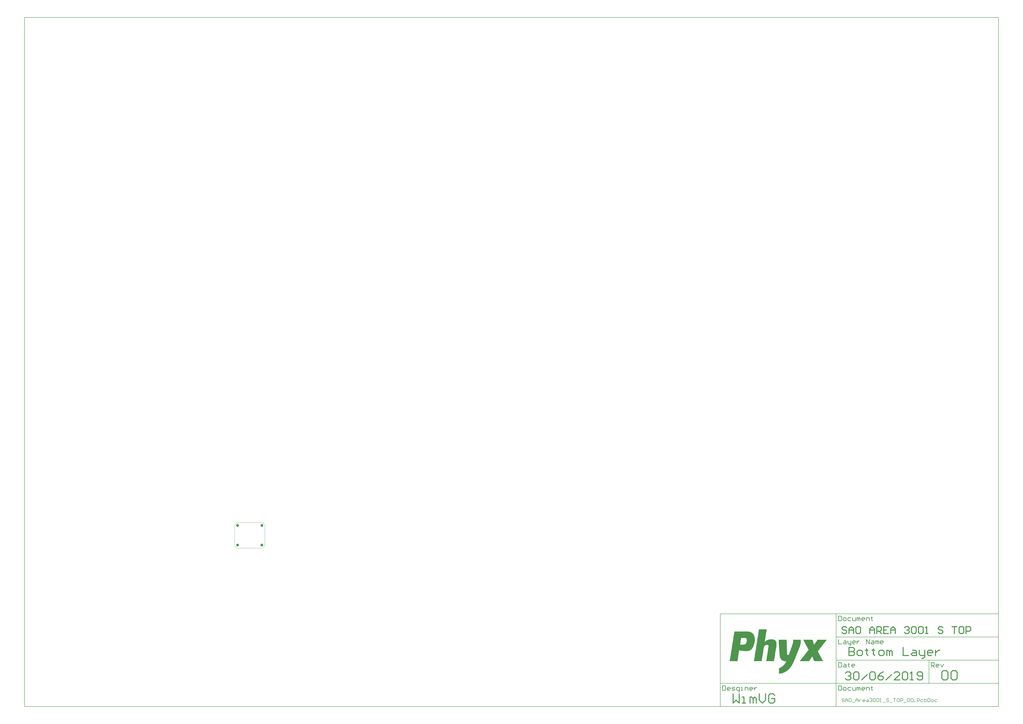
<source format=gbl>
G04*
G04 #@! TF.GenerationSoftware,Altium Limited,Altium Designer,18.1.11 (251)*
G04*
G04 Layer_Physical_Order=2*
G04 Layer_Color=3381759*
%FSLAX25Y25*%
%MOIN*%
G70*
G01*
G75*
%ADD10C,0.01575*%
%ADD11C,0.00394*%
%ADD12C,0.00787*%
%ADD13C,0.00984*%
%ADD15C,0.04724*%
G36*
X872201Y-141778D02*
X873919D01*
Y-142065D01*
X874778D01*
Y-142351D01*
X875637D01*
Y-142637D01*
X876496D01*
Y-142924D01*
X877069D01*
Y-143210D01*
X877355D01*
Y-143496D01*
X877928D01*
Y-143783D01*
X878214D01*
Y-144069D01*
X878786D01*
Y-144355D01*
X879073D01*
Y-144641D01*
X879359D01*
Y-144928D01*
X879646D01*
Y-145214D01*
X879932D01*
Y-145501D01*
X880218D01*
Y-145787D01*
X880504D01*
Y-146073D01*
Y-146359D01*
X880791D01*
Y-146646D01*
X881077D01*
Y-146932D01*
Y-147218D01*
X881363D01*
Y-147505D01*
X881650D01*
Y-147791D01*
Y-148077D01*
X881936D01*
Y-148364D01*
Y-148650D01*
Y-148936D01*
X882222D01*
Y-149223D01*
Y-149509D01*
Y-149795D01*
X882509D01*
Y-150082D01*
Y-150368D01*
Y-150654D01*
Y-150940D01*
X882795D01*
Y-151227D01*
Y-151513D01*
Y-151799D01*
Y-152086D01*
Y-152372D01*
X883081D01*
Y-152658D01*
Y-152945D01*
Y-153231D01*
Y-153517D01*
Y-153804D01*
Y-154090D01*
Y-154376D01*
Y-154663D01*
Y-154949D01*
Y-155235D01*
Y-155521D01*
Y-155808D01*
Y-156094D01*
Y-156380D01*
Y-156667D01*
Y-156953D01*
Y-157239D01*
Y-157526D01*
Y-157812D01*
Y-158098D01*
X882795D01*
Y-158385D01*
Y-158671D01*
Y-158957D01*
Y-159244D01*
Y-159530D01*
Y-159816D01*
Y-160102D01*
X882509D01*
Y-160389D01*
Y-160675D01*
Y-160961D01*
Y-161248D01*
Y-161534D01*
X882222D01*
Y-161820D01*
Y-162107D01*
Y-162393D01*
Y-162679D01*
Y-162966D01*
X881936D01*
Y-163252D01*
Y-163538D01*
Y-163824D01*
X881650D01*
Y-164111D01*
Y-164397D01*
Y-164683D01*
Y-164970D01*
X881363D01*
Y-165256D01*
Y-165542D01*
Y-165829D01*
X881077D01*
Y-166115D01*
Y-166401D01*
X880791D01*
Y-166688D01*
Y-166974D01*
Y-167260D01*
X880504D01*
Y-167547D01*
Y-167833D01*
X880218D01*
Y-168119D01*
Y-168405D01*
X879932D01*
Y-168692D01*
Y-168978D01*
X879646D01*
Y-169264D01*
X879359D01*
Y-169551D01*
Y-169837D01*
X879073D01*
Y-170123D01*
X878786D01*
Y-170410D01*
X878500D01*
Y-170696D01*
Y-170982D01*
X878214D01*
Y-171269D01*
X877928D01*
Y-171555D01*
X877641D01*
Y-171841D01*
X877355D01*
Y-172127D01*
X877069D01*
Y-172414D01*
X876496D01*
Y-172700D01*
X876210D01*
Y-172986D01*
X875637D01*
Y-173273D01*
X875351D01*
Y-173559D01*
X874778D01*
Y-173845D01*
X873919D01*
Y-174132D01*
X873060D01*
Y-174418D01*
X872201D01*
Y-174704D01*
X870483D01*
Y-174991D01*
X865330D01*
Y-174704D01*
X862753D01*
Y-174418D01*
X860749D01*
Y-174132D01*
X859317D01*
Y-173845D01*
X857886D01*
Y-173559D01*
X856454D01*
Y-173845D01*
Y-174132D01*
Y-174418D01*
Y-174704D01*
Y-174991D01*
Y-175277D01*
Y-175563D01*
X856168D01*
Y-175850D01*
Y-176136D01*
Y-176422D01*
Y-176709D01*
Y-176995D01*
Y-177281D01*
X855882D01*
Y-177568D01*
Y-177854D01*
Y-178140D01*
Y-178426D01*
Y-178713D01*
Y-178999D01*
X855595D01*
Y-179285D01*
Y-179572D01*
Y-179858D01*
Y-180144D01*
Y-180431D01*
Y-180717D01*
Y-181003D01*
X855309D01*
Y-181290D01*
Y-181576D01*
Y-181862D01*
Y-182149D01*
Y-182435D01*
Y-182721D01*
X855023D01*
Y-183007D01*
Y-183294D01*
Y-183580D01*
Y-183866D01*
Y-184153D01*
Y-184439D01*
X854736D01*
Y-184725D01*
Y-185012D01*
Y-185298D01*
Y-185584D01*
Y-185871D01*
Y-186157D01*
Y-186443D01*
X854450D01*
Y-186730D01*
Y-187016D01*
Y-187302D01*
Y-187588D01*
Y-187875D01*
Y-188161D01*
X854164D01*
Y-188447D01*
Y-188734D01*
Y-189020D01*
Y-189306D01*
Y-189593D01*
Y-189879D01*
X853877D01*
Y-190165D01*
Y-190452D01*
Y-190738D01*
Y-191024D01*
Y-191311D01*
Y-191597D01*
Y-191883D01*
X840421D01*
Y-191597D01*
X840707D01*
Y-191311D01*
Y-191024D01*
Y-190738D01*
Y-190452D01*
Y-190165D01*
X840993D01*
Y-189879D01*
Y-189593D01*
Y-189306D01*
Y-189020D01*
Y-188734D01*
Y-188447D01*
Y-188161D01*
X841280D01*
Y-187875D01*
Y-187588D01*
Y-187302D01*
Y-187016D01*
Y-186730D01*
Y-186443D01*
X841566D01*
Y-186157D01*
Y-185871D01*
Y-185584D01*
Y-185298D01*
Y-185012D01*
Y-184725D01*
X841852D01*
Y-184439D01*
Y-184153D01*
Y-183866D01*
Y-183580D01*
Y-183294D01*
Y-183007D01*
Y-182721D01*
X842138D01*
Y-182435D01*
Y-182149D01*
Y-181862D01*
Y-181576D01*
Y-181290D01*
Y-181003D01*
X842425D01*
Y-180717D01*
Y-180431D01*
Y-180144D01*
Y-179858D01*
Y-179572D01*
Y-179285D01*
X842711D01*
Y-178999D01*
Y-178713D01*
Y-178426D01*
Y-178140D01*
Y-177854D01*
Y-177568D01*
X842997D01*
Y-177281D01*
Y-176995D01*
Y-176709D01*
Y-176422D01*
Y-176136D01*
Y-175850D01*
Y-175563D01*
X843284D01*
Y-175277D01*
Y-174991D01*
Y-174704D01*
Y-174418D01*
Y-174132D01*
Y-173845D01*
X843570D01*
Y-173559D01*
Y-173273D01*
Y-172986D01*
Y-172700D01*
Y-172414D01*
Y-172127D01*
X843856D01*
Y-171841D01*
Y-171555D01*
Y-171269D01*
Y-170982D01*
Y-170696D01*
Y-170410D01*
X844143D01*
Y-170123D01*
Y-169837D01*
Y-169551D01*
Y-169264D01*
Y-168978D01*
Y-168692D01*
Y-168405D01*
X844429D01*
Y-168119D01*
Y-167833D01*
Y-167547D01*
Y-167260D01*
Y-166974D01*
Y-166688D01*
X844715D01*
Y-166401D01*
Y-166115D01*
Y-165829D01*
Y-165542D01*
Y-165256D01*
Y-164970D01*
X845002D01*
Y-164683D01*
Y-164397D01*
Y-164111D01*
Y-163824D01*
Y-163538D01*
Y-163252D01*
Y-162966D01*
X845288D01*
Y-162679D01*
Y-162393D01*
Y-162107D01*
Y-161820D01*
Y-161534D01*
Y-161248D01*
X845574D01*
Y-160961D01*
Y-160675D01*
Y-160389D01*
Y-160102D01*
Y-159816D01*
Y-159530D01*
X845861D01*
Y-159244D01*
Y-158957D01*
Y-158671D01*
Y-158385D01*
Y-158098D01*
Y-157812D01*
X846147D01*
Y-157526D01*
Y-157239D01*
Y-156953D01*
Y-156667D01*
Y-156380D01*
Y-156094D01*
Y-155808D01*
X846433D01*
Y-155521D01*
Y-155235D01*
Y-154949D01*
Y-154663D01*
Y-154376D01*
Y-154090D01*
X846719D01*
Y-153804D01*
Y-153517D01*
Y-153231D01*
Y-152945D01*
Y-152658D01*
Y-152372D01*
X847006D01*
Y-152086D01*
Y-151799D01*
Y-151513D01*
Y-151227D01*
Y-150940D01*
Y-150654D01*
Y-150368D01*
X847292D01*
Y-150082D01*
Y-149795D01*
Y-149509D01*
Y-149223D01*
Y-148936D01*
Y-148650D01*
X847578D01*
Y-148364D01*
Y-148077D01*
Y-147791D01*
Y-147505D01*
Y-147218D01*
Y-146932D01*
X847865D01*
Y-146646D01*
Y-146359D01*
Y-146073D01*
Y-145787D01*
Y-145501D01*
Y-145214D01*
Y-144928D01*
X848151D01*
Y-144641D01*
Y-144355D01*
Y-144069D01*
Y-143783D01*
Y-143496D01*
Y-143210D01*
X848437D01*
Y-142924D01*
Y-142637D01*
Y-142351D01*
Y-142065D01*
Y-141778D01*
Y-141492D01*
X872201D01*
Y-141778D01*
D02*
G37*
G36*
X903409Y-138343D02*
Y-138629D01*
X903123D01*
Y-138915D01*
Y-139202D01*
Y-139488D01*
Y-139774D01*
Y-140060D01*
Y-140347D01*
X902837D01*
Y-140633D01*
Y-140919D01*
Y-141206D01*
Y-141492D01*
Y-141778D01*
Y-142065D01*
X902551D01*
Y-142351D01*
Y-142637D01*
Y-142924D01*
Y-143210D01*
Y-143496D01*
Y-143783D01*
Y-144069D01*
X902264D01*
Y-144355D01*
Y-144641D01*
Y-144928D01*
Y-145214D01*
Y-145501D01*
Y-145787D01*
X901978D01*
Y-146073D01*
Y-146359D01*
Y-146646D01*
Y-146932D01*
Y-147218D01*
Y-147505D01*
X901692D01*
Y-147791D01*
Y-148077D01*
Y-148364D01*
Y-148650D01*
Y-148936D01*
Y-149223D01*
Y-149509D01*
X901405D01*
Y-149795D01*
Y-150082D01*
Y-150368D01*
Y-150654D01*
Y-150940D01*
Y-151227D01*
X901119D01*
Y-151513D01*
Y-151799D01*
Y-152086D01*
Y-152372D01*
Y-152658D01*
Y-152945D01*
X900833D01*
Y-153231D01*
Y-153517D01*
Y-153804D01*
Y-154090D01*
Y-154376D01*
Y-154663D01*
X900546D01*
Y-154949D01*
Y-155235D01*
Y-155521D01*
Y-155808D01*
Y-156094D01*
Y-156380D01*
Y-156667D01*
X900260D01*
Y-156953D01*
Y-157239D01*
Y-157526D01*
Y-157812D01*
Y-158098D01*
Y-158385D01*
X899974D01*
Y-158671D01*
Y-158957D01*
X900546D01*
Y-158671D01*
X900833D01*
Y-158385D01*
X901119D01*
Y-158098D01*
X901692D01*
Y-157812D01*
X901978D01*
Y-157526D01*
X902264D01*
Y-157239D01*
X902837D01*
Y-156953D01*
X903409D01*
Y-156667D01*
X903696D01*
Y-156380D01*
X904268D01*
Y-156094D01*
X905127D01*
Y-155808D01*
X905700D01*
Y-155521D01*
X906559D01*
Y-155235D01*
X907990D01*
Y-154949D01*
X914289D01*
Y-155235D01*
X915435D01*
Y-155521D01*
X916294D01*
Y-155808D01*
X916866D01*
Y-156094D01*
X917153D01*
Y-156380D01*
X917725D01*
Y-156667D01*
X918011D01*
Y-156953D01*
X918298D01*
Y-157239D01*
X918584D01*
Y-157526D01*
X918870D01*
Y-157812D01*
Y-158098D01*
X919157D01*
Y-158385D01*
Y-158671D01*
X919443D01*
Y-158957D01*
Y-159244D01*
Y-159530D01*
X919729D01*
Y-159816D01*
Y-160102D01*
Y-160389D01*
Y-160675D01*
X920016D01*
Y-160961D01*
Y-161248D01*
Y-161534D01*
Y-161820D01*
Y-162107D01*
Y-162393D01*
Y-162679D01*
Y-162966D01*
Y-163252D01*
Y-163538D01*
Y-163824D01*
Y-164111D01*
Y-164397D01*
Y-164683D01*
Y-164970D01*
Y-165256D01*
Y-165542D01*
Y-165829D01*
X919729D01*
Y-166115D01*
Y-166401D01*
Y-166688D01*
Y-166974D01*
Y-167260D01*
Y-167547D01*
Y-167833D01*
X919443D01*
Y-168119D01*
Y-168405D01*
Y-168692D01*
Y-168978D01*
Y-169264D01*
Y-169551D01*
Y-169837D01*
X919157D01*
Y-170123D01*
Y-170410D01*
Y-170696D01*
Y-170982D01*
Y-171269D01*
Y-171555D01*
X918870D01*
Y-171841D01*
Y-172127D01*
Y-172414D01*
Y-172700D01*
Y-172986D01*
Y-173273D01*
X918584D01*
Y-173559D01*
Y-173845D01*
Y-174132D01*
Y-174418D01*
Y-174704D01*
Y-174991D01*
X918298D01*
Y-175277D01*
Y-175563D01*
Y-175850D01*
Y-176136D01*
Y-176422D01*
Y-176709D01*
Y-176995D01*
X918011D01*
Y-177281D01*
Y-177568D01*
Y-177854D01*
Y-178140D01*
Y-178426D01*
Y-178713D01*
X917725D01*
Y-178999D01*
Y-179285D01*
Y-179572D01*
Y-179858D01*
Y-180144D01*
Y-180431D01*
X917439D01*
Y-180717D01*
Y-181003D01*
Y-181290D01*
Y-181576D01*
Y-181862D01*
Y-182149D01*
Y-182435D01*
X917153D01*
Y-182721D01*
Y-183007D01*
Y-183294D01*
Y-183580D01*
Y-183866D01*
Y-184153D01*
X916866D01*
Y-184439D01*
Y-184725D01*
Y-185012D01*
Y-185298D01*
Y-185584D01*
Y-185871D01*
X916580D01*
Y-186157D01*
Y-186443D01*
Y-186730D01*
Y-187016D01*
Y-187302D01*
Y-187588D01*
X916294D01*
Y-187875D01*
Y-188161D01*
Y-188447D01*
Y-188734D01*
Y-189020D01*
Y-189306D01*
Y-189593D01*
X916007D01*
Y-189879D01*
Y-190165D01*
Y-190452D01*
Y-190738D01*
Y-191024D01*
Y-191311D01*
X915721D01*
Y-191597D01*
Y-191883D01*
X902551D01*
Y-191597D01*
Y-191311D01*
X902837D01*
Y-191024D01*
Y-190738D01*
Y-190452D01*
Y-190165D01*
Y-189879D01*
Y-189593D01*
X903123D01*
Y-189306D01*
Y-189020D01*
Y-188734D01*
Y-188447D01*
Y-188161D01*
Y-187875D01*
Y-187588D01*
X903409D01*
Y-187302D01*
Y-187016D01*
Y-186730D01*
Y-186443D01*
Y-186157D01*
Y-185871D01*
X903696D01*
Y-185584D01*
Y-185298D01*
Y-185012D01*
Y-184725D01*
Y-184439D01*
Y-184153D01*
X903982D01*
Y-183866D01*
Y-183580D01*
Y-183294D01*
Y-183007D01*
Y-182721D01*
Y-182435D01*
Y-182149D01*
X904268D01*
Y-181862D01*
Y-181576D01*
Y-181290D01*
Y-181003D01*
Y-180717D01*
Y-180431D01*
X904555D01*
Y-180144D01*
Y-179858D01*
Y-179572D01*
Y-179285D01*
Y-178999D01*
Y-178713D01*
Y-178426D01*
X904841D01*
Y-178140D01*
Y-177854D01*
Y-177568D01*
Y-177281D01*
Y-176995D01*
Y-176709D01*
X905127D01*
Y-176422D01*
Y-176136D01*
Y-175850D01*
Y-175563D01*
Y-175277D01*
Y-174991D01*
X905414D01*
Y-174704D01*
Y-174418D01*
Y-174132D01*
Y-173845D01*
Y-173559D01*
Y-173273D01*
X905700D01*
Y-172986D01*
Y-172700D01*
Y-172414D01*
Y-172127D01*
Y-171841D01*
Y-171555D01*
Y-171269D01*
X905986D01*
Y-170982D01*
Y-170696D01*
Y-170410D01*
Y-170123D01*
Y-169837D01*
Y-169551D01*
X906273D01*
Y-169264D01*
Y-168978D01*
Y-168692D01*
Y-168405D01*
Y-168119D01*
Y-167833D01*
Y-167547D01*
X906559D01*
Y-167260D01*
Y-166974D01*
Y-166688D01*
Y-166401D01*
Y-166115D01*
Y-165829D01*
X906273D01*
Y-165542D01*
Y-165256D01*
X905986D01*
Y-164970D01*
X905700D01*
Y-164683D01*
X905127D01*
Y-164397D01*
X903409D01*
Y-164683D01*
X901978D01*
Y-164970D01*
X901119D01*
Y-165256D01*
X900546D01*
Y-165542D01*
X900260D01*
Y-165829D01*
X899687D01*
Y-166115D01*
X899401D01*
Y-166401D01*
X899115D01*
Y-166688D01*
Y-166974D01*
X898828D01*
Y-167260D01*
Y-167547D01*
Y-167833D01*
X898542D01*
Y-168119D01*
Y-168405D01*
Y-168692D01*
Y-168978D01*
Y-169264D01*
Y-169551D01*
X898256D01*
Y-169837D01*
Y-170123D01*
Y-170410D01*
Y-170696D01*
Y-170982D01*
Y-171269D01*
Y-171555D01*
X897970D01*
Y-171841D01*
Y-172127D01*
Y-172414D01*
Y-172700D01*
Y-172986D01*
Y-173273D01*
X897683D01*
Y-173559D01*
Y-173845D01*
Y-174132D01*
Y-174418D01*
Y-174704D01*
Y-174991D01*
X897397D01*
Y-175277D01*
Y-175563D01*
Y-175850D01*
Y-176136D01*
Y-176422D01*
Y-176709D01*
X897111D01*
Y-176995D01*
Y-177281D01*
Y-177568D01*
Y-177854D01*
Y-178140D01*
Y-178426D01*
Y-178713D01*
X896824D01*
Y-178999D01*
Y-179285D01*
Y-179572D01*
Y-179858D01*
Y-180144D01*
Y-180431D01*
X896538D01*
Y-180717D01*
Y-181003D01*
Y-181290D01*
Y-181576D01*
Y-181862D01*
Y-182149D01*
X896252D01*
Y-182435D01*
Y-182721D01*
Y-183007D01*
Y-183294D01*
Y-183580D01*
Y-183866D01*
Y-184153D01*
X895965D01*
Y-184439D01*
Y-184725D01*
Y-185012D01*
Y-185298D01*
Y-185584D01*
Y-185871D01*
X895679D01*
Y-186157D01*
Y-186443D01*
Y-186730D01*
Y-187016D01*
Y-187302D01*
Y-187588D01*
X895393D01*
Y-187875D01*
Y-188161D01*
Y-188447D01*
Y-188734D01*
Y-189020D01*
Y-189306D01*
X895106D01*
Y-189593D01*
Y-189879D01*
Y-190165D01*
Y-190452D01*
Y-190738D01*
Y-191024D01*
Y-191311D01*
X894820D01*
Y-191597D01*
Y-191883D01*
X881650D01*
Y-191597D01*
Y-191311D01*
X881936D01*
Y-191024D01*
Y-190738D01*
Y-190452D01*
Y-190165D01*
Y-189879D01*
Y-189593D01*
Y-189306D01*
X882222D01*
Y-189020D01*
Y-188734D01*
Y-188447D01*
Y-188161D01*
Y-187875D01*
Y-187588D01*
X882509D01*
Y-187302D01*
Y-187016D01*
Y-186730D01*
Y-186443D01*
Y-186157D01*
Y-185871D01*
X882795D01*
Y-185584D01*
Y-185298D01*
Y-185012D01*
Y-184725D01*
Y-184439D01*
Y-184153D01*
Y-183866D01*
X883081D01*
Y-183580D01*
Y-183294D01*
Y-183007D01*
Y-182721D01*
Y-182435D01*
Y-182149D01*
X883368D01*
Y-181862D01*
Y-181576D01*
Y-181290D01*
Y-181003D01*
Y-180717D01*
Y-180431D01*
X883654D01*
Y-180144D01*
Y-179858D01*
Y-179572D01*
Y-179285D01*
Y-178999D01*
Y-178713D01*
X883940D01*
Y-178426D01*
Y-178140D01*
Y-177854D01*
Y-177568D01*
Y-177281D01*
Y-176995D01*
Y-176709D01*
X884227D01*
Y-176422D01*
Y-176136D01*
Y-175850D01*
Y-175563D01*
Y-175277D01*
Y-174991D01*
X884513D01*
Y-174704D01*
Y-174418D01*
Y-174132D01*
Y-173845D01*
Y-173559D01*
Y-173273D01*
X884799D01*
Y-172986D01*
Y-172700D01*
Y-172414D01*
Y-172127D01*
Y-171841D01*
Y-171555D01*
Y-171269D01*
X885085D01*
Y-170982D01*
Y-170696D01*
Y-170410D01*
Y-170123D01*
Y-169837D01*
Y-169551D01*
X885372D01*
Y-169264D01*
Y-168978D01*
Y-168692D01*
Y-168405D01*
Y-168119D01*
Y-167833D01*
X885658D01*
Y-167547D01*
Y-167260D01*
Y-166974D01*
Y-166688D01*
Y-166401D01*
Y-166115D01*
X885944D01*
Y-165829D01*
Y-165542D01*
Y-165256D01*
Y-164970D01*
Y-164683D01*
Y-164397D01*
Y-164111D01*
X886231D01*
Y-163824D01*
Y-163538D01*
Y-163252D01*
Y-162966D01*
Y-162679D01*
Y-162393D01*
X886517D01*
Y-162107D01*
Y-161820D01*
Y-161534D01*
Y-161248D01*
Y-160961D01*
Y-160675D01*
X886803D01*
Y-160389D01*
Y-160102D01*
Y-159816D01*
Y-159530D01*
Y-159244D01*
Y-158957D01*
X887090D01*
Y-158671D01*
Y-158385D01*
Y-158098D01*
Y-157812D01*
Y-157526D01*
Y-157239D01*
Y-156953D01*
X887376D01*
Y-156667D01*
Y-156380D01*
Y-156094D01*
Y-155808D01*
Y-155521D01*
Y-155235D01*
X887662D01*
Y-154949D01*
Y-154663D01*
Y-154376D01*
Y-154090D01*
Y-153804D01*
Y-153517D01*
X887949D01*
Y-153231D01*
Y-152945D01*
Y-152658D01*
Y-152372D01*
Y-152086D01*
Y-151799D01*
Y-151513D01*
X888235D01*
Y-151227D01*
Y-150940D01*
Y-150654D01*
Y-150368D01*
Y-150082D01*
Y-149795D01*
X888521D01*
Y-149509D01*
Y-149223D01*
Y-148936D01*
Y-148650D01*
Y-148364D01*
Y-148077D01*
X888807D01*
Y-147791D01*
Y-147505D01*
Y-147218D01*
Y-146932D01*
Y-146646D01*
Y-146359D01*
X889094D01*
Y-146073D01*
Y-145787D01*
Y-145501D01*
Y-145214D01*
Y-144928D01*
Y-144641D01*
Y-144355D01*
X889380D01*
Y-144069D01*
Y-143783D01*
Y-143496D01*
Y-143210D01*
Y-142924D01*
Y-142637D01*
X889666D01*
Y-142351D01*
Y-142065D01*
Y-141778D01*
Y-141492D01*
Y-141206D01*
Y-140919D01*
X889953D01*
Y-140633D01*
Y-140347D01*
Y-140060D01*
Y-139774D01*
Y-139488D01*
Y-139202D01*
Y-138915D01*
X890239D01*
Y-138629D01*
Y-138343D01*
Y-138056D01*
X903409D01*
Y-138343D01*
D02*
G37*
G36*
X1005337Y-155808D02*
X1005050D01*
Y-156094D01*
X1004764D01*
Y-156380D01*
Y-156667D01*
X1004478D01*
Y-156953D01*
X1004192D01*
Y-157239D01*
X1003905D01*
Y-157526D01*
Y-157812D01*
X1003619D01*
Y-158098D01*
X1003333D01*
Y-158385D01*
X1003046D01*
Y-158671D01*
X1002760D01*
Y-158957D01*
Y-159244D01*
X1002474D01*
Y-159530D01*
X1002187D01*
Y-159816D01*
X1001901D01*
Y-160102D01*
Y-160389D01*
X1001615D01*
Y-160675D01*
X1001328D01*
Y-160961D01*
X1001042D01*
Y-161248D01*
X1000756D01*
Y-161534D01*
Y-161820D01*
X1000469D01*
Y-162107D01*
X1000183D01*
Y-162393D01*
X999897D01*
Y-162679D01*
Y-162966D01*
X999611D01*
Y-163252D01*
X999324D01*
Y-163538D01*
X999038D01*
Y-163824D01*
Y-164111D01*
X998752D01*
Y-164397D01*
X998465D01*
Y-164683D01*
X998179D01*
Y-164970D01*
X997893D01*
Y-165256D01*
Y-165542D01*
X997606D01*
Y-165829D01*
X997320D01*
Y-166115D01*
X997034D01*
Y-166401D01*
Y-166688D01*
X996747D01*
Y-166974D01*
X996461D01*
Y-167260D01*
X996175D01*
Y-167547D01*
Y-167833D01*
X995889D01*
Y-168119D01*
X995602D01*
Y-168405D01*
X995316D01*
Y-168692D01*
X995030D01*
Y-168978D01*
Y-169264D01*
X994743D01*
Y-169551D01*
X994457D01*
Y-169837D01*
X994171D01*
Y-170123D01*
Y-170410D01*
X993884D01*
Y-170696D01*
X993598D01*
Y-170982D01*
X993312D01*
Y-171269D01*
Y-171555D01*
X993025D01*
Y-171841D01*
X992739D01*
Y-172127D01*
X992453D01*
Y-172414D01*
X992166D01*
Y-172700D01*
Y-172986D01*
X991880D01*
Y-173273D01*
X991594D01*
Y-173559D01*
X991308D01*
Y-173845D01*
Y-174132D01*
X991021D01*
Y-174418D01*
X990735D01*
Y-174704D01*
X990449D01*
Y-174991D01*
X990162D01*
Y-175277D01*
Y-175563D01*
X990449D01*
Y-175850D01*
Y-176136D01*
X990735D01*
Y-176422D01*
Y-176709D01*
X991021D01*
Y-176995D01*
X991308D01*
Y-177281D01*
Y-177568D01*
X991594D01*
Y-177854D01*
Y-178140D01*
X991880D01*
Y-178426D01*
Y-178713D01*
X992166D01*
Y-178999D01*
Y-179285D01*
X992453D01*
Y-179572D01*
Y-179858D01*
X992739D01*
Y-180144D01*
Y-180431D01*
X993025D01*
Y-180717D01*
Y-181003D01*
X993312D01*
Y-181290D01*
Y-181576D01*
X993598D01*
Y-181862D01*
X993884D01*
Y-182149D01*
Y-182435D01*
X994171D01*
Y-182721D01*
Y-183007D01*
X994457D01*
Y-183294D01*
Y-183580D01*
X994743D01*
Y-183866D01*
Y-184153D01*
X995030D01*
Y-184439D01*
Y-184725D01*
X995316D01*
Y-185012D01*
Y-185298D01*
X995602D01*
Y-185584D01*
Y-185871D01*
X995889D01*
Y-186157D01*
X996175D01*
Y-186443D01*
Y-186730D01*
X996461D01*
Y-187016D01*
Y-187302D01*
X996747D01*
Y-187588D01*
Y-187875D01*
X997034D01*
Y-188161D01*
Y-188447D01*
X997320D01*
Y-188734D01*
Y-189020D01*
X997606D01*
Y-189306D01*
Y-189593D01*
X997893D01*
Y-189879D01*
Y-190165D01*
X998179D01*
Y-190452D01*
X998465D01*
Y-190738D01*
Y-191024D01*
X998752D01*
Y-191311D01*
Y-191597D01*
X999038D01*
Y-191883D01*
X983863D01*
Y-191597D01*
X983577D01*
Y-191311D01*
Y-191024D01*
Y-190738D01*
X983291D01*
Y-190452D01*
Y-190165D01*
Y-189879D01*
X983004D01*
Y-189593D01*
Y-189306D01*
X982718D01*
Y-189020D01*
Y-188734D01*
Y-188447D01*
X982432D01*
Y-188161D01*
Y-187875D01*
Y-187588D01*
X982146D01*
Y-187302D01*
Y-187016D01*
X981859D01*
Y-186730D01*
Y-186443D01*
Y-186157D01*
X981573D01*
Y-185871D01*
Y-185584D01*
Y-185298D01*
X981287D01*
Y-185012D01*
Y-184725D01*
Y-184439D01*
X981000D01*
Y-184153D01*
X980428D01*
Y-184439D01*
Y-184725D01*
X980141D01*
Y-185012D01*
X979855D01*
Y-185298D01*
Y-185584D01*
X979569D01*
Y-185871D01*
X979282D01*
Y-186157D01*
Y-186443D01*
X978996D01*
Y-186730D01*
X978710D01*
Y-187016D01*
Y-187302D01*
X978423D01*
Y-187588D01*
X978137D01*
Y-187875D01*
X977851D01*
Y-188161D01*
Y-188447D01*
X977565D01*
Y-188734D01*
X977278D01*
Y-189020D01*
Y-189306D01*
X976992D01*
Y-189593D01*
X976705D01*
Y-189879D01*
Y-190165D01*
X976419D01*
Y-190452D01*
X976133D01*
Y-190738D01*
Y-191024D01*
X975847D01*
Y-191311D01*
X975560D01*
Y-191597D01*
Y-191883D01*
X959527D01*
Y-191597D01*
X959813D01*
Y-191311D01*
X960099D01*
Y-191024D01*
X960386D01*
Y-190738D01*
X960672D01*
Y-190452D01*
Y-190165D01*
X960958D01*
Y-189879D01*
X961245D01*
Y-189593D01*
X961531D01*
Y-189306D01*
X961817D01*
Y-189020D01*
Y-188734D01*
X962104D01*
Y-188447D01*
X962390D01*
Y-188161D01*
X962676D01*
Y-187875D01*
Y-187588D01*
X962963D01*
Y-187302D01*
X963249D01*
Y-187016D01*
X963535D01*
Y-186730D01*
X963822D01*
Y-186443D01*
Y-186157D01*
X964108D01*
Y-185871D01*
X964394D01*
Y-185584D01*
X964680D01*
Y-185298D01*
X964967D01*
Y-185012D01*
Y-184725D01*
X965253D01*
Y-184439D01*
X965539D01*
Y-184153D01*
X965826D01*
Y-183866D01*
Y-183580D01*
X966112D01*
Y-183294D01*
X966398D01*
Y-183007D01*
X966685D01*
Y-182721D01*
X966971D01*
Y-182435D01*
Y-182149D01*
X967257D01*
Y-181862D01*
X967544D01*
Y-181576D01*
X967830D01*
Y-181290D01*
Y-181003D01*
X968116D01*
Y-180717D01*
X968402D01*
Y-180431D01*
X968689D01*
Y-180144D01*
X968975D01*
Y-179858D01*
Y-179572D01*
X969261D01*
Y-179285D01*
X969548D01*
Y-178999D01*
X969834D01*
Y-178713D01*
Y-178426D01*
X970120D01*
Y-178140D01*
X970407D01*
Y-177854D01*
X970693D01*
Y-177568D01*
X970979D01*
Y-177281D01*
Y-176995D01*
X971266D01*
Y-176709D01*
X971552D01*
Y-176422D01*
X971838D01*
Y-176136D01*
X972124D01*
Y-175850D01*
Y-175563D01*
X972411D01*
Y-175277D01*
X972697D01*
Y-174991D01*
X972983D01*
Y-174704D01*
Y-174418D01*
X973270D01*
Y-174132D01*
X973556D01*
Y-173845D01*
X973842D01*
Y-173559D01*
X974129D01*
Y-173273D01*
Y-172986D01*
X974415D01*
Y-172700D01*
Y-172414D01*
Y-172127D01*
X974129D01*
Y-171841D01*
X973842D01*
Y-171555D01*
Y-171269D01*
X973556D01*
Y-170982D01*
Y-170696D01*
X973270D01*
Y-170410D01*
Y-170123D01*
X972983D01*
Y-169837D01*
Y-169551D01*
X972697D01*
Y-169264D01*
Y-168978D01*
X972411D01*
Y-168692D01*
Y-168405D01*
X972124D01*
Y-168119D01*
X971838D01*
Y-167833D01*
Y-167547D01*
X971552D01*
Y-167260D01*
Y-166974D01*
X971266D01*
Y-166688D01*
Y-166401D01*
X970979D01*
Y-166115D01*
Y-165829D01*
X970693D01*
Y-165542D01*
Y-165256D01*
X970407D01*
Y-164970D01*
Y-164683D01*
X970120D01*
Y-164397D01*
X969834D01*
Y-164111D01*
Y-163824D01*
X969548D01*
Y-163538D01*
Y-163252D01*
X969261D01*
Y-162966D01*
Y-162679D01*
X968975D01*
Y-162393D01*
Y-162107D01*
X968689D01*
Y-161820D01*
Y-161534D01*
X968402D01*
Y-161248D01*
Y-160961D01*
X968116D01*
Y-160675D01*
Y-160389D01*
X967830D01*
Y-160102D01*
X967544D01*
Y-159816D01*
Y-159530D01*
X967257D01*
Y-159244D01*
Y-158957D01*
X966971D01*
Y-158671D01*
Y-158385D01*
X966685D01*
Y-158098D01*
Y-157812D01*
X966398D01*
Y-157526D01*
Y-157239D01*
X966112D01*
Y-156953D01*
Y-156667D01*
X965826D01*
Y-156380D01*
X965539D01*
Y-156094D01*
Y-155808D01*
X965253D01*
Y-155521D01*
X981000D01*
Y-155808D01*
X981287D01*
Y-156094D01*
Y-156380D01*
Y-156667D01*
X981573D01*
Y-156953D01*
Y-157239D01*
Y-157526D01*
X981859D01*
Y-157812D01*
Y-158098D01*
Y-158385D01*
X982146D01*
Y-158671D01*
Y-158957D01*
Y-159244D01*
X982432D01*
Y-159530D01*
Y-159816D01*
Y-160102D01*
X982718D01*
Y-160389D01*
Y-160675D01*
Y-160961D01*
X983004D01*
Y-161248D01*
Y-161534D01*
Y-161820D01*
X983291D01*
Y-162107D01*
Y-162393D01*
Y-162679D01*
X983577D01*
Y-162966D01*
Y-163252D01*
Y-163538D01*
Y-163824D01*
X984150D01*
Y-163538D01*
X984436D01*
Y-163252D01*
X984722D01*
Y-162966D01*
Y-162679D01*
X985009D01*
Y-162393D01*
X985295D01*
Y-162107D01*
Y-161820D01*
X985581D01*
Y-161534D01*
X985868D01*
Y-161248D01*
Y-160961D01*
X986154D01*
Y-160675D01*
X986440D01*
Y-160389D01*
Y-160102D01*
X986726D01*
Y-159816D01*
X987013D01*
Y-159530D01*
Y-159244D01*
X987299D01*
Y-158957D01*
X987585D01*
Y-158671D01*
Y-158385D01*
X987872D01*
Y-158098D01*
X988158D01*
Y-157812D01*
Y-157526D01*
X988444D01*
Y-157239D01*
X988731D01*
Y-156953D01*
Y-156667D01*
X989017D01*
Y-156380D01*
X989303D01*
Y-156094D01*
Y-155808D01*
X989590D01*
Y-155521D01*
X1005337D01*
Y-155808D01*
D02*
G37*
G36*
X961245D02*
Y-156094D01*
Y-156380D01*
Y-156667D01*
Y-156953D01*
Y-157239D01*
Y-157526D01*
Y-157812D01*
Y-158098D01*
Y-158385D01*
Y-158671D01*
Y-158957D01*
Y-159244D01*
Y-159530D01*
Y-159816D01*
Y-160102D01*
Y-160389D01*
Y-160675D01*
Y-160961D01*
Y-161248D01*
Y-161534D01*
X960958D01*
Y-161820D01*
Y-162107D01*
Y-162393D01*
Y-162679D01*
Y-162966D01*
X960672D01*
Y-163252D01*
Y-163538D01*
Y-163824D01*
Y-164111D01*
X960386D01*
Y-164397D01*
Y-164683D01*
Y-164970D01*
Y-165256D01*
X960099D01*
Y-165542D01*
Y-165829D01*
Y-166115D01*
X959813D01*
Y-166401D01*
Y-166688D01*
Y-166974D01*
X959527D01*
Y-167260D01*
Y-167547D01*
Y-167833D01*
X959241D01*
Y-168119D01*
Y-168405D01*
Y-168692D01*
X958954D01*
Y-168978D01*
Y-169264D01*
X958668D01*
Y-169551D01*
Y-169837D01*
X958381D01*
Y-170123D01*
Y-170410D01*
Y-170696D01*
X958095D01*
Y-170982D01*
Y-171269D01*
X957809D01*
Y-171555D01*
Y-171841D01*
Y-172127D01*
X957523D01*
Y-172414D01*
Y-172700D01*
X957236D01*
Y-172986D01*
Y-173273D01*
Y-173559D01*
X956950D01*
Y-173845D01*
Y-174132D01*
X956664D01*
Y-174418D01*
Y-174704D01*
Y-174991D01*
X956377D01*
Y-175277D01*
Y-175563D01*
X956091D01*
Y-175850D01*
Y-176136D01*
Y-176422D01*
X955805D01*
Y-176709D01*
Y-176995D01*
X955518D01*
Y-177281D01*
Y-177568D01*
Y-177854D01*
X955232D01*
Y-178140D01*
Y-178426D01*
X954946D01*
Y-178713D01*
Y-178999D01*
Y-179285D01*
X954659D01*
Y-179572D01*
Y-179858D01*
X954373D01*
Y-180144D01*
Y-180431D01*
Y-180717D01*
X954087D01*
Y-181003D01*
Y-181290D01*
X953800D01*
Y-181576D01*
Y-181862D01*
Y-182149D01*
X953514D01*
Y-182435D01*
Y-182721D01*
X953228D01*
Y-183007D01*
Y-183294D01*
Y-183580D01*
X952942D01*
Y-183866D01*
Y-184153D01*
X952655D01*
Y-184439D01*
Y-184725D01*
Y-185012D01*
X952369D01*
Y-185298D01*
Y-185584D01*
X952083D01*
Y-185871D01*
Y-186157D01*
Y-186443D01*
X951796D01*
Y-186730D01*
Y-187016D01*
X951510D01*
Y-187302D01*
Y-187588D01*
Y-187875D01*
X951224D01*
Y-188161D01*
Y-188447D01*
X950937D01*
Y-188734D01*
Y-189020D01*
Y-189306D01*
X950651D01*
Y-189593D01*
Y-189879D01*
X950365D01*
Y-190165D01*
Y-190452D01*
Y-190738D01*
X950078D01*
Y-191024D01*
Y-191311D01*
X949792D01*
Y-191597D01*
Y-191883D01*
Y-192169D01*
X949506D01*
Y-192456D01*
Y-192742D01*
X949220D01*
Y-193028D01*
Y-193315D01*
X948933D01*
Y-193601D01*
Y-193887D01*
X948647D01*
Y-194174D01*
Y-194460D01*
Y-194746D01*
X948361D01*
Y-195033D01*
X948074D01*
Y-195319D01*
Y-195605D01*
Y-195891D01*
X947788D01*
Y-196178D01*
X947502D01*
Y-196464D01*
Y-196750D01*
X947215D01*
Y-197037D01*
Y-197323D01*
X946929D01*
Y-197609D01*
Y-197896D01*
X946643D01*
Y-198182D01*
Y-198468D01*
X946356D01*
Y-198755D01*
X946070D01*
Y-199041D01*
Y-199327D01*
X945784D01*
Y-199614D01*
Y-199900D01*
X945497D01*
Y-200186D01*
X945211D01*
Y-200472D01*
X944925D01*
Y-200759D01*
Y-201045D01*
X944639D01*
Y-201331D01*
X944352D01*
Y-201618D01*
Y-201904D01*
X944066D01*
Y-202190D01*
X943780D01*
Y-202477D01*
X943493D01*
Y-202763D01*
Y-203049D01*
X943207D01*
Y-203336D01*
X942921D01*
Y-203622D01*
X942634D01*
Y-203908D01*
X942348D01*
Y-204195D01*
X942062D01*
Y-204481D01*
Y-204767D01*
X941775D01*
Y-205053D01*
X941489D01*
Y-205340D01*
X941203D01*
Y-205626D01*
X940916D01*
Y-205912D01*
X940630D01*
Y-206199D01*
X940344D01*
Y-206485D01*
X940057D01*
Y-206771D01*
X939485D01*
Y-207058D01*
X939199D01*
Y-207344D01*
X938912D01*
Y-207630D01*
X938626D01*
Y-207917D01*
X938340D01*
Y-208203D01*
X937767D01*
Y-208489D01*
X937481D01*
Y-208776D01*
X936908D01*
Y-209062D01*
X936622D01*
Y-209348D01*
X936049D01*
Y-209634D01*
X935763D01*
Y-209921D01*
X935190D01*
Y-210207D01*
X934618D01*
Y-210493D01*
X934045D01*
Y-210780D01*
X933472D01*
Y-211066D01*
X932900D01*
Y-211352D01*
X932041D01*
Y-211639D01*
X931468D01*
Y-211925D01*
X930609D01*
Y-212211D01*
X929464D01*
Y-212498D01*
X928319D01*
Y-212784D01*
X926601D01*
Y-213070D01*
X924597D01*
Y-213357D01*
X924310D01*
Y-213070D01*
Y-212784D01*
Y-212498D01*
Y-212211D01*
Y-211925D01*
Y-211639D01*
Y-211352D01*
Y-211066D01*
Y-210780D01*
Y-210493D01*
Y-210207D01*
Y-209921D01*
Y-209634D01*
Y-209348D01*
Y-209062D01*
Y-208776D01*
Y-208489D01*
Y-208203D01*
Y-207917D01*
Y-207630D01*
Y-207344D01*
Y-207058D01*
Y-206771D01*
Y-206485D01*
Y-206199D01*
Y-205912D01*
Y-205626D01*
Y-205340D01*
Y-205053D01*
Y-204767D01*
Y-204481D01*
Y-204195D01*
Y-203908D01*
X924883D01*
Y-203622D01*
X925455D01*
Y-203336D01*
X926028D01*
Y-203049D01*
X926601D01*
Y-202763D01*
X927173D01*
Y-202477D01*
X927746D01*
Y-202190D01*
X928032D01*
Y-201904D01*
X928605D01*
Y-201618D01*
X928891D01*
Y-201331D01*
X929464D01*
Y-201045D01*
X929750D01*
Y-200759D01*
X930037D01*
Y-200472D01*
X930609D01*
Y-200186D01*
X930896D01*
Y-199900D01*
X931182D01*
Y-199614D01*
X931468D01*
Y-199327D01*
X931754D01*
Y-199041D01*
X932041D01*
Y-198755D01*
X932327D01*
Y-198468D01*
X932613D01*
Y-198182D01*
X932900D01*
Y-197896D01*
X933186D01*
Y-197609D01*
X933472D01*
Y-197323D01*
X933759D01*
Y-197037D01*
Y-196750D01*
X934045D01*
Y-196464D01*
X934331D01*
Y-196178D01*
X934618D01*
Y-195891D01*
Y-195605D01*
X934904D01*
Y-195319D01*
X935190D01*
Y-195033D01*
Y-194746D01*
X935476D01*
Y-194460D01*
Y-194174D01*
X935763D01*
Y-193887D01*
X936049D01*
Y-193601D01*
Y-193315D01*
X936335D01*
Y-193028D01*
Y-192742D01*
X936622D01*
Y-192456D01*
Y-192169D01*
X934904D01*
Y-191883D01*
X932900D01*
Y-191597D01*
X931754D01*
Y-191311D01*
X931182D01*
Y-191024D01*
X930323D01*
Y-190738D01*
X929750D01*
Y-190452D01*
X929464D01*
Y-190165D01*
X928891D01*
Y-189879D01*
X928605D01*
Y-189593D01*
X928319D01*
Y-189306D01*
X928032D01*
Y-189020D01*
X927746D01*
Y-188734D01*
X927460D01*
Y-188447D01*
Y-188161D01*
X927173D01*
Y-187875D01*
X926887D01*
Y-187588D01*
Y-187302D01*
X926601D01*
Y-187016D01*
Y-186730D01*
X926315D01*
Y-186443D01*
Y-186157D01*
X926028D01*
Y-185871D01*
Y-185584D01*
Y-185298D01*
X925742D01*
Y-185012D01*
Y-184725D01*
Y-184439D01*
Y-184153D01*
X925455D01*
Y-183866D01*
Y-183580D01*
Y-183294D01*
Y-183007D01*
Y-182721D01*
Y-182435D01*
Y-182149D01*
X925169D01*
Y-181862D01*
Y-181576D01*
Y-181290D01*
Y-181003D01*
Y-180717D01*
Y-180431D01*
Y-180144D01*
Y-179858D01*
Y-179572D01*
Y-179285D01*
Y-178999D01*
Y-178713D01*
Y-178426D01*
Y-178140D01*
Y-177854D01*
X924883D01*
Y-177568D01*
Y-177281D01*
Y-176995D01*
Y-176709D01*
Y-176422D01*
Y-176136D01*
Y-175850D01*
Y-175563D01*
Y-175277D01*
Y-174991D01*
Y-174704D01*
Y-174418D01*
Y-174132D01*
Y-173845D01*
Y-173559D01*
X924597D01*
Y-173273D01*
Y-172986D01*
Y-172700D01*
Y-172414D01*
Y-172127D01*
Y-171841D01*
Y-171555D01*
Y-171269D01*
Y-170982D01*
Y-170696D01*
Y-170410D01*
Y-170123D01*
Y-169837D01*
Y-169551D01*
Y-169264D01*
Y-168978D01*
X924310D01*
Y-168692D01*
Y-168405D01*
Y-168119D01*
Y-167833D01*
Y-167547D01*
Y-167260D01*
Y-166974D01*
Y-166688D01*
Y-166401D01*
Y-166115D01*
Y-165829D01*
Y-165542D01*
Y-165256D01*
Y-164970D01*
Y-164683D01*
Y-164397D01*
X924024D01*
Y-164111D01*
Y-163824D01*
Y-163538D01*
Y-163252D01*
Y-162966D01*
Y-162679D01*
Y-162393D01*
Y-162107D01*
Y-161820D01*
Y-161534D01*
Y-161248D01*
Y-160961D01*
Y-160675D01*
Y-160389D01*
X923738D01*
Y-160102D01*
Y-159816D01*
Y-159530D01*
Y-159244D01*
Y-158957D01*
Y-158671D01*
Y-158385D01*
Y-158098D01*
Y-157812D01*
Y-157526D01*
Y-157239D01*
Y-156953D01*
Y-156667D01*
Y-156380D01*
Y-156094D01*
Y-155808D01*
X923451D01*
Y-155521D01*
X937194D01*
Y-155808D01*
Y-156094D01*
Y-156380D01*
Y-156667D01*
Y-156953D01*
Y-157239D01*
Y-157526D01*
Y-157812D01*
Y-158098D01*
Y-158385D01*
Y-158671D01*
Y-158957D01*
Y-159244D01*
Y-159530D01*
X937481D01*
Y-159816D01*
Y-160102D01*
Y-160389D01*
Y-160675D01*
Y-160961D01*
Y-161248D01*
Y-161534D01*
Y-161820D01*
Y-162107D01*
Y-162393D01*
Y-162679D01*
Y-162966D01*
Y-163252D01*
Y-163538D01*
Y-163824D01*
Y-164111D01*
Y-164397D01*
Y-164683D01*
Y-164970D01*
Y-165256D01*
Y-165542D01*
Y-165829D01*
Y-166115D01*
Y-166401D01*
Y-166688D01*
Y-166974D01*
Y-167260D01*
Y-167547D01*
Y-167833D01*
Y-168119D01*
Y-168405D01*
Y-168692D01*
Y-168978D01*
Y-169264D01*
Y-169551D01*
Y-169837D01*
Y-170123D01*
Y-170410D01*
Y-170696D01*
Y-170982D01*
Y-171269D01*
X937767D01*
Y-171555D01*
X937481D01*
Y-171841D01*
Y-172127D01*
X937767D01*
Y-172414D01*
Y-172700D01*
Y-172986D01*
Y-173273D01*
Y-173559D01*
Y-173845D01*
Y-174132D01*
Y-174418D01*
Y-174704D01*
Y-174991D01*
Y-175277D01*
Y-175563D01*
Y-175850D01*
Y-176136D01*
Y-176422D01*
Y-176709D01*
Y-176995D01*
Y-177281D01*
Y-177568D01*
Y-177854D01*
Y-178140D01*
Y-178426D01*
Y-178713D01*
Y-178999D01*
Y-179285D01*
Y-179572D01*
X938053D01*
Y-179858D01*
Y-180144D01*
Y-180431D01*
X938340D01*
Y-180717D01*
X938626D01*
Y-181003D01*
X938912D01*
Y-181290D01*
X939771D01*
Y-181576D01*
X940630D01*
Y-181290D01*
X940916D01*
Y-181003D01*
Y-180717D01*
Y-180431D01*
X941203D01*
Y-180144D01*
Y-179858D01*
X941489D01*
Y-179572D01*
Y-179285D01*
Y-178999D01*
X941775D01*
Y-178713D01*
Y-178426D01*
Y-178140D01*
X942062D01*
Y-177854D01*
Y-177568D01*
Y-177281D01*
X942348D01*
Y-176995D01*
Y-176709D01*
Y-176422D01*
X942634D01*
Y-176136D01*
Y-175850D01*
X942921D01*
Y-175563D01*
Y-175277D01*
Y-174991D01*
X943207D01*
Y-174704D01*
Y-174418D01*
Y-174132D01*
X943493D01*
Y-173845D01*
Y-173559D01*
Y-173273D01*
X943780D01*
Y-172986D01*
Y-172700D01*
X944066D01*
Y-172414D01*
Y-172127D01*
Y-171841D01*
X944352D01*
Y-171555D01*
Y-171269D01*
Y-170982D01*
X944639D01*
Y-170696D01*
Y-170410D01*
Y-170123D01*
X944925D01*
Y-169837D01*
Y-169551D01*
X945211D01*
Y-169264D01*
Y-168978D01*
Y-168692D01*
X945497D01*
Y-168405D01*
Y-168119D01*
Y-167833D01*
X945784D01*
Y-167547D01*
Y-167260D01*
Y-166974D01*
X946070D01*
Y-166688D01*
Y-166401D01*
X946356D01*
Y-166115D01*
Y-165829D01*
Y-165542D01*
X946643D01*
Y-165256D01*
Y-164970D01*
Y-164683D01*
X946929D01*
Y-164397D01*
Y-164111D01*
Y-163824D01*
X947215D01*
Y-163538D01*
Y-163252D01*
Y-162966D01*
Y-162679D01*
X947502D01*
Y-162393D01*
Y-162107D01*
Y-161820D01*
Y-161534D01*
X947788D01*
Y-161248D01*
Y-160961D01*
Y-160675D01*
Y-160389D01*
Y-160102D01*
X948074D01*
Y-159816D01*
Y-159530D01*
Y-159244D01*
Y-158957D01*
Y-158671D01*
Y-158385D01*
X948361D01*
Y-158098D01*
Y-157812D01*
Y-157526D01*
Y-157239D01*
Y-156953D01*
Y-156667D01*
Y-156380D01*
Y-156094D01*
Y-155808D01*
Y-155521D01*
X961245D01*
Y-155808D01*
D02*
G37*
%LPC*%
G36*
X867907Y-152658D02*
X859890D01*
Y-152945D01*
Y-153231D01*
Y-153517D01*
Y-153804D01*
Y-154090D01*
X859604D01*
Y-154376D01*
Y-154663D01*
Y-154949D01*
Y-155235D01*
Y-155521D01*
Y-155808D01*
X859317D01*
Y-156094D01*
Y-156380D01*
Y-156667D01*
Y-156953D01*
Y-157239D01*
Y-157526D01*
X859031D01*
Y-157812D01*
Y-158098D01*
Y-158385D01*
Y-158671D01*
Y-158957D01*
Y-159244D01*
X858745D01*
Y-159530D01*
Y-159816D01*
Y-160102D01*
Y-160389D01*
Y-160675D01*
Y-160961D01*
Y-161248D01*
X858458D01*
Y-161534D01*
Y-161820D01*
Y-162107D01*
Y-162393D01*
Y-162679D01*
Y-162966D01*
X858172D01*
Y-163252D01*
Y-163538D01*
Y-163824D01*
X865330D01*
Y-163538D01*
X866475D01*
Y-163252D01*
X867048D01*
Y-162966D01*
X867334D01*
Y-162679D01*
X867620D01*
Y-162393D01*
X867907D01*
Y-162107D01*
X868193D01*
Y-161820D01*
Y-161534D01*
X868479D01*
Y-161248D01*
Y-160961D01*
X868766D01*
Y-160675D01*
Y-160389D01*
X869052D01*
Y-160102D01*
Y-159816D01*
Y-159530D01*
Y-159244D01*
X869338D01*
Y-158957D01*
Y-158671D01*
Y-158385D01*
Y-158098D01*
Y-157812D01*
X869625D01*
Y-157526D01*
Y-157239D01*
Y-156953D01*
Y-156667D01*
Y-156380D01*
Y-156094D01*
Y-155808D01*
Y-155521D01*
Y-155235D01*
Y-154949D01*
Y-154663D01*
X869338D01*
Y-154376D01*
Y-154090D01*
X869052D01*
Y-153804D01*
Y-153517D01*
X868766D01*
Y-153231D01*
X868479D01*
Y-152945D01*
X867907D01*
Y-152658D01*
D02*
G37*
%LPD*%
D10*
X1042921Y-168552D02*
Y-182327D01*
X1049809D01*
X1052104Y-180031D01*
Y-177735D01*
X1049809Y-175439D01*
X1042921D01*
X1049809D01*
X1052104Y-173144D01*
Y-170848D01*
X1049809Y-168552D01*
X1042921D01*
X1058992Y-182327D02*
X1063584D01*
X1065879Y-180031D01*
Y-175439D01*
X1063584Y-173144D01*
X1058992D01*
X1056696Y-175439D01*
Y-180031D01*
X1058992Y-182327D01*
X1072767Y-170848D02*
Y-173144D01*
X1070471D01*
X1075063D01*
X1072767D01*
Y-180031D01*
X1075063Y-182327D01*
X1084246Y-170848D02*
Y-173144D01*
X1081950D01*
X1086542D01*
X1084246D01*
Y-180031D01*
X1086542Y-182327D01*
X1095725D02*
X1100317D01*
X1102613Y-180031D01*
Y-175439D01*
X1100317Y-173144D01*
X1095725D01*
X1093430Y-175439D01*
Y-180031D01*
X1095725Y-182327D01*
X1107205D02*
Y-173144D01*
X1109501D01*
X1111796Y-175439D01*
Y-182327D01*
Y-175439D01*
X1114092Y-173144D01*
X1116388Y-175439D01*
Y-182327D01*
X1134755Y-168552D02*
Y-182327D01*
X1143938D01*
X1150826Y-173144D02*
X1155417D01*
X1157713Y-175439D01*
Y-182327D01*
X1150826D01*
X1148530Y-180031D01*
X1150826Y-177735D01*
X1157713D01*
X1162305Y-173144D02*
Y-180031D01*
X1164601Y-182327D01*
X1171488D01*
Y-184623D01*
X1169193Y-186919D01*
X1166897D01*
X1171488Y-182327D02*
Y-173144D01*
X1182968Y-182327D02*
X1178376D01*
X1176080Y-180031D01*
Y-175439D01*
X1178376Y-173144D01*
X1182968D01*
X1185263Y-175439D01*
Y-177735D01*
X1176080D01*
X1189855Y-173144D02*
Y-182327D01*
Y-177735D01*
X1192151Y-175439D01*
X1194447Y-173144D01*
X1196743D01*
X846071Y-247293D02*
Y-263036D01*
X851318Y-257788D01*
X856566Y-263036D01*
Y-247293D01*
X861814Y-263036D02*
X867061D01*
X864437D01*
Y-252540D01*
X861814D01*
X874933Y-263036D02*
Y-252540D01*
X877556D01*
X880180Y-255164D01*
Y-263036D01*
Y-255164D01*
X882804Y-252540D01*
X885428Y-255164D01*
Y-263036D01*
X890676Y-247293D02*
Y-257788D01*
X895923Y-263036D01*
X901171Y-257788D01*
Y-247293D01*
X916914Y-249917D02*
X914290Y-247293D01*
X909042D01*
X906419Y-249917D01*
Y-260412D01*
X909042Y-263036D01*
X914290D01*
X916914Y-260412D01*
Y-255164D01*
X911666D01*
X1200401Y-210546D02*
X1203025Y-207923D01*
X1208273D01*
X1210897Y-210546D01*
Y-221042D01*
X1208273Y-223665D01*
X1203025D01*
X1200401Y-221042D01*
Y-210546D01*
X1216144D02*
X1218768Y-207923D01*
X1224016D01*
X1226639Y-210546D01*
Y-221042D01*
X1224016Y-223665D01*
X1218768D01*
X1216144Y-221042D01*
Y-210546D01*
X1037015Y-212186D02*
X1039311Y-209890D01*
X1043903D01*
X1046199Y-212186D01*
Y-214482D01*
X1043903Y-216778D01*
X1041607D01*
X1043903D01*
X1046199Y-219074D01*
Y-221370D01*
X1043903Y-223665D01*
X1039311D01*
X1037015Y-221370D01*
X1050791Y-212186D02*
X1053086Y-209890D01*
X1057678D01*
X1059974Y-212186D01*
Y-221370D01*
X1057678Y-223665D01*
X1053086D01*
X1050791Y-221370D01*
Y-212186D01*
X1064566Y-223665D02*
X1073749Y-214482D01*
X1078341Y-212186D02*
X1080637Y-209890D01*
X1085228D01*
X1087524Y-212186D01*
Y-221370D01*
X1085228Y-223665D01*
X1080637D01*
X1078341Y-221370D01*
Y-212186D01*
X1101299Y-209890D02*
X1096707Y-212186D01*
X1092116Y-216778D01*
Y-221370D01*
X1094412Y-223665D01*
X1099003D01*
X1101299Y-221370D01*
Y-219074D01*
X1099003Y-216778D01*
X1092116D01*
X1105891Y-223665D02*
X1115074Y-214482D01*
X1128849Y-223665D02*
X1119666D01*
X1128849Y-214482D01*
Y-212186D01*
X1126553Y-209890D01*
X1121962D01*
X1119666Y-212186D01*
X1133441D02*
X1135737Y-209890D01*
X1140329D01*
X1142624Y-212186D01*
Y-221370D01*
X1140329Y-223665D01*
X1135737D01*
X1133441Y-221370D01*
Y-212186D01*
X1147216Y-223665D02*
X1151808D01*
X1149512D01*
Y-209890D01*
X1147216Y-212186D01*
X1158695Y-221370D02*
X1160991Y-223665D01*
X1165583D01*
X1167879Y-221370D01*
Y-212186D01*
X1165583Y-209890D01*
X1160991D01*
X1158695Y-212186D01*
Y-214482D01*
X1160991Y-216778D01*
X1167879D01*
X1038981Y-135086D02*
X1037014Y-133118D01*
X1033078D01*
X1031110Y-135086D01*
Y-137054D01*
X1033078Y-139022D01*
X1037014D01*
X1038981Y-140990D01*
Y-142957D01*
X1037014Y-144925D01*
X1033078D01*
X1031110Y-142957D01*
X1042917Y-144925D02*
Y-137054D01*
X1046853Y-133118D01*
X1050789Y-137054D01*
Y-144925D01*
Y-139022D01*
X1042917D01*
X1060628Y-133118D02*
X1056692D01*
X1054724Y-135086D01*
Y-142957D01*
X1056692Y-144925D01*
X1060628D01*
X1062596Y-142957D01*
Y-135086D01*
X1060628Y-133118D01*
X1078339Y-144925D02*
Y-137054D01*
X1082275Y-133118D01*
X1086210Y-137054D01*
Y-144925D01*
Y-139022D01*
X1078339D01*
X1090146Y-144925D02*
Y-133118D01*
X1096049D01*
X1098017Y-135086D01*
Y-139022D01*
X1096049Y-140990D01*
X1090146D01*
X1094082D02*
X1098017Y-144925D01*
X1109825Y-133118D02*
X1101953D01*
Y-144925D01*
X1109825D01*
X1101953Y-139022D02*
X1105889D01*
X1113760Y-144925D02*
Y-137054D01*
X1117696Y-133118D01*
X1121632Y-137054D01*
Y-144925D01*
Y-139022D01*
X1113760D01*
X1137375Y-135086D02*
X1139343Y-133118D01*
X1143278D01*
X1145246Y-135086D01*
Y-137054D01*
X1143278Y-139022D01*
X1141310D01*
X1143278D01*
X1145246Y-140990D01*
Y-142957D01*
X1143278Y-144925D01*
X1139343D01*
X1137375Y-142957D01*
X1149182Y-135086D02*
X1151150Y-133118D01*
X1155085D01*
X1157053Y-135086D01*
Y-142957D01*
X1155085Y-144925D01*
X1151150D01*
X1149182Y-142957D01*
Y-135086D01*
X1160989D02*
X1162957Y-133118D01*
X1166893D01*
X1168861Y-135086D01*
Y-142957D01*
X1166893Y-144925D01*
X1162957D01*
X1160989Y-142957D01*
Y-135086D01*
X1172796Y-144925D02*
X1176732D01*
X1174764D01*
Y-133118D01*
X1172796Y-135086D01*
X1202314D02*
X1200346Y-133118D01*
X1196411D01*
X1194443Y-135086D01*
Y-137054D01*
X1196411Y-139022D01*
X1200346D01*
X1202314Y-140990D01*
Y-142957D01*
X1200346Y-144925D01*
X1196411D01*
X1194443Y-142957D01*
X1218057Y-133118D02*
X1225929D01*
X1221993D01*
Y-144925D01*
X1235768Y-133118D02*
X1231832D01*
X1229865Y-135086D01*
Y-142957D01*
X1231832Y-144925D01*
X1235768D01*
X1237736Y-142957D01*
Y-135086D01*
X1235768Y-133118D01*
X1241672Y-144925D02*
Y-133118D01*
X1247575D01*
X1249543Y-135086D01*
Y-139022D01*
X1247575Y-140990D01*
X1241672D01*
D11*
X5906Y43307D02*
G03*
X0Y37402I0J-5906D01*
G01*
X45276Y0D02*
G03*
X51181Y5906I0J5906D01*
G01*
X51181Y37402D02*
G03*
X45276Y43307I-5906J0D01*
G01*
X0Y5906D02*
G03*
X5906Y0I5906J0D01*
G01*
Y43307D02*
X45276D01*
X5906Y0D02*
X45276D01*
X51181Y5906D02*
Y37402D01*
X0Y5906D02*
Y37402D01*
D12*
X1178748Y-229571D02*
Y-190201D01*
X1021267Y-150831D02*
X1296858D01*
X1021267Y-190201D02*
X1296858D01*
X824417Y-229571D02*
X1296858D01*
X824417Y-111461D02*
X1296858D01*
X824417Y-268941D02*
Y-111461D01*
X1021267Y-268941D02*
Y-111461D01*
X-356685Y900350D02*
X1296858D01*
Y-268941D02*
Y900350D01*
X-356685Y-268941D02*
Y900350D01*
Y-268941D02*
X1296858D01*
X1035046Y-256147D02*
X1034062Y-255164D01*
X1032094D01*
X1031110Y-256147D01*
Y-257131D01*
X1032094Y-258115D01*
X1034062D01*
X1035046Y-259099D01*
Y-260083D01*
X1034062Y-261067D01*
X1032094D01*
X1031110Y-260083D01*
X1037014Y-261067D02*
Y-257131D01*
X1038981Y-255164D01*
X1040949Y-257131D01*
Y-261067D01*
Y-258115D01*
X1037014D01*
X1045869Y-255164D02*
X1043901D01*
X1042917Y-256147D01*
Y-260083D01*
X1043901Y-261067D01*
X1045869D01*
X1046853Y-260083D01*
Y-256147D01*
X1045869Y-255164D01*
X1048821Y-262051D02*
X1052757D01*
X1054724Y-261067D02*
Y-257131D01*
X1056692Y-255164D01*
X1058660Y-257131D01*
Y-261067D01*
Y-258115D01*
X1054724D01*
X1060628Y-257131D02*
Y-261067D01*
Y-259099D01*
X1061612Y-258115D01*
X1062596Y-257131D01*
X1063580D01*
X1069483Y-261067D02*
X1067515D01*
X1066531Y-260083D01*
Y-258115D01*
X1067515Y-257131D01*
X1069483D01*
X1070467Y-258115D01*
Y-259099D01*
X1066531D01*
X1073419Y-257131D02*
X1075387D01*
X1076371Y-258115D01*
Y-261067D01*
X1073419D01*
X1072435Y-260083D01*
X1073419Y-259099D01*
X1076371D01*
X1078339Y-256147D02*
X1079323Y-255164D01*
X1081291D01*
X1082275Y-256147D01*
Y-257131D01*
X1081291Y-258115D01*
X1080307D01*
X1081291D01*
X1082275Y-259099D01*
Y-260083D01*
X1081291Y-261067D01*
X1079323D01*
X1078339Y-260083D01*
X1084242Y-256147D02*
X1085226Y-255164D01*
X1087194D01*
X1088178Y-256147D01*
Y-260083D01*
X1087194Y-261067D01*
X1085226D01*
X1084242Y-260083D01*
Y-256147D01*
X1090146D02*
X1091130Y-255164D01*
X1093098D01*
X1094082Y-256147D01*
Y-260083D01*
X1093098Y-261067D01*
X1091130D01*
X1090146Y-260083D01*
Y-256147D01*
X1096049Y-261067D02*
X1098017D01*
X1097034D01*
Y-255164D01*
X1096049Y-256147D01*
X1100969Y-262051D02*
X1104905D01*
X1110808Y-256147D02*
X1109825Y-255164D01*
X1107857D01*
X1106873Y-256147D01*
Y-257131D01*
X1107857Y-258115D01*
X1109825D01*
X1110808Y-259099D01*
Y-260083D01*
X1109825Y-261067D01*
X1107857D01*
X1106873Y-260083D01*
X1112776Y-262051D02*
X1116712D01*
X1118680Y-255164D02*
X1122616D01*
X1120648D01*
Y-261067D01*
X1127535Y-255164D02*
X1125568D01*
X1124584Y-256147D01*
Y-260083D01*
X1125568Y-261067D01*
X1127535D01*
X1128519Y-260083D01*
Y-256147D01*
X1127535Y-255164D01*
X1130487Y-261067D02*
Y-255164D01*
X1133439D01*
X1134423Y-256147D01*
Y-258115D01*
X1133439Y-259099D01*
X1130487D01*
X1136391Y-262051D02*
X1140326D01*
X1142294Y-256147D02*
X1143278Y-255164D01*
X1145246D01*
X1146230Y-256147D01*
Y-260083D01*
X1145246Y-261067D01*
X1143278D01*
X1142294Y-260083D01*
Y-256147D01*
X1148198D02*
X1149182Y-255164D01*
X1151150D01*
X1152134Y-256147D01*
Y-260083D01*
X1151150Y-261067D01*
X1149182D01*
X1148198Y-260083D01*
Y-256147D01*
X1154102Y-261067D02*
Y-260083D01*
X1155085D01*
Y-261067D01*
X1154102D01*
X1159021D02*
Y-255164D01*
X1161973D01*
X1162957Y-256147D01*
Y-258115D01*
X1161973Y-259099D01*
X1159021D01*
X1168861Y-257131D02*
X1165909D01*
X1164925Y-258115D01*
Y-260083D01*
X1165909Y-261067D01*
X1168861D01*
X1170829Y-255164D02*
Y-261067D01*
X1173780D01*
X1174764Y-260083D01*
Y-259099D01*
Y-258115D01*
X1173780Y-257131D01*
X1170829D01*
X1176732Y-255164D02*
Y-261067D01*
X1179684D01*
X1180668Y-260083D01*
Y-256147D01*
X1179684Y-255164D01*
X1176732D01*
X1183620Y-261067D02*
X1185588D01*
X1186571Y-260083D01*
Y-258115D01*
X1185588Y-257131D01*
X1183620D01*
X1182636Y-258115D01*
Y-260083D01*
X1183620Y-261067D01*
X1192475Y-257131D02*
X1189523D01*
X1188539Y-258115D01*
Y-260083D01*
X1189523Y-261067D01*
X1192475D01*
D13*
X1182685Y-202012D02*
Y-194141D01*
X1186621D01*
X1187932Y-195452D01*
Y-198076D01*
X1186621Y-199388D01*
X1182685D01*
X1185308D02*
X1187932Y-202012D01*
X1194492D02*
X1191868D01*
X1190556Y-200700D01*
Y-198076D01*
X1191868Y-196764D01*
X1194492D01*
X1195804Y-198076D01*
Y-199388D01*
X1190556D01*
X1198428Y-196764D02*
X1201052Y-202012D01*
X1203675Y-196764D01*
X828354Y-233511D02*
Y-241382D01*
X832290D01*
X833602Y-240070D01*
Y-234823D01*
X832290Y-233511D01*
X828354D01*
X840161Y-241382D02*
X837537D01*
X836226Y-240070D01*
Y-237446D01*
X837537Y-236134D01*
X840161D01*
X841473Y-237446D01*
Y-238758D01*
X836226D01*
X844097Y-241382D02*
X848033D01*
X849345Y-240070D01*
X848033Y-238758D01*
X845409D01*
X844097Y-237446D01*
X845409Y-236134D01*
X849345D01*
X854592Y-244006D02*
X855904D01*
X857216Y-242694D01*
Y-236134D01*
X853280D01*
X851968Y-237446D01*
Y-240070D01*
X853280Y-241382D01*
X857216D01*
X859840D02*
X862464D01*
X861152D01*
Y-236134D01*
X859840D01*
X866399Y-241382D02*
Y-236134D01*
X870335D01*
X871647Y-237446D01*
Y-241382D01*
X878207D02*
X875583D01*
X874271Y-240070D01*
Y-237446D01*
X875583Y-236134D01*
X878207D01*
X879519Y-237446D01*
Y-238758D01*
X874271D01*
X882143Y-236134D02*
Y-241382D01*
Y-238758D01*
X883454Y-237446D01*
X884766Y-236134D01*
X886078D01*
X1025204Y-115400D02*
Y-123272D01*
X1029140D01*
X1030452Y-121960D01*
Y-116712D01*
X1029140Y-115400D01*
X1025204D01*
X1034388Y-123272D02*
X1037012D01*
X1038323Y-121960D01*
Y-119336D01*
X1037012Y-118024D01*
X1034388D01*
X1033076Y-119336D01*
Y-121960D01*
X1034388Y-123272D01*
X1046195Y-118024D02*
X1042259D01*
X1040947Y-119336D01*
Y-121960D01*
X1042259Y-123272D01*
X1046195D01*
X1048819Y-118024D02*
Y-121960D01*
X1050131Y-123272D01*
X1054066D01*
Y-118024D01*
X1056690Y-123272D02*
Y-118024D01*
X1058002D01*
X1059314Y-119336D01*
Y-123272D01*
Y-119336D01*
X1060626Y-118024D01*
X1061938Y-119336D01*
Y-123272D01*
X1068498D02*
X1065874D01*
X1064562Y-121960D01*
Y-119336D01*
X1065874Y-118024D01*
X1068498D01*
X1069810Y-119336D01*
Y-120648D01*
X1064562D01*
X1072433Y-123272D02*
Y-118024D01*
X1076369D01*
X1077681Y-119336D01*
Y-123272D01*
X1081617Y-116712D02*
Y-118024D01*
X1080305D01*
X1082929D01*
X1081617D01*
Y-121960D01*
X1082929Y-123272D01*
X1025204Y-154770D02*
Y-162642D01*
X1030452D01*
X1034388Y-157394D02*
X1037012D01*
X1038323Y-158706D01*
Y-162642D01*
X1034388D01*
X1033076Y-161330D01*
X1034388Y-160018D01*
X1038323D01*
X1040947Y-157394D02*
Y-161330D01*
X1042259Y-162642D01*
X1046195D01*
Y-163954D01*
X1044883Y-165266D01*
X1043571D01*
X1046195Y-162642D02*
Y-157394D01*
X1052755Y-162642D02*
X1050131D01*
X1048819Y-161330D01*
Y-158706D01*
X1050131Y-157394D01*
X1052755D01*
X1054066Y-158706D01*
Y-160018D01*
X1048819D01*
X1056690Y-157394D02*
Y-162642D01*
Y-160018D01*
X1058002Y-158706D01*
X1059314Y-157394D01*
X1060626D01*
X1072433Y-162642D02*
Y-154770D01*
X1077681Y-162642D01*
Y-154770D01*
X1081617Y-157394D02*
X1084241D01*
X1085552Y-158706D01*
Y-162642D01*
X1081617D01*
X1080305Y-161330D01*
X1081617Y-160018D01*
X1085552D01*
X1088176Y-162642D02*
Y-157394D01*
X1089488D01*
X1090800Y-158706D01*
Y-162642D01*
Y-158706D01*
X1092112Y-157394D01*
X1093424Y-158706D01*
Y-162642D01*
X1099984D02*
X1097360D01*
X1096048Y-161330D01*
Y-158706D01*
X1097360Y-157394D01*
X1099984D01*
X1101295Y-158706D01*
Y-160018D01*
X1096048D01*
X1025204Y-194141D02*
Y-202012D01*
X1029140D01*
X1030452Y-200700D01*
Y-195452D01*
X1029140Y-194141D01*
X1025204D01*
X1034388Y-196764D02*
X1037012D01*
X1038323Y-198076D01*
Y-202012D01*
X1034388D01*
X1033076Y-200700D01*
X1034388Y-199388D01*
X1038323D01*
X1042259Y-195452D02*
Y-196764D01*
X1040947D01*
X1043571D01*
X1042259D01*
Y-200700D01*
X1043571Y-202012D01*
X1051443D02*
X1048819D01*
X1047507Y-200700D01*
Y-198076D01*
X1048819Y-196764D01*
X1051443D01*
X1052755Y-198076D01*
Y-199388D01*
X1047507D01*
X1025204Y-233511D02*
Y-241382D01*
X1029140D01*
X1030452Y-240070D01*
Y-234823D01*
X1029140Y-233511D01*
X1025204D01*
X1034388Y-241382D02*
X1037012D01*
X1038323Y-240070D01*
Y-237446D01*
X1037012Y-236134D01*
X1034388D01*
X1033076Y-237446D01*
Y-240070D01*
X1034388Y-241382D01*
X1046195Y-236134D02*
X1042259D01*
X1040947Y-237446D01*
Y-240070D01*
X1042259Y-241382D01*
X1046195D01*
X1048819Y-236134D02*
Y-240070D01*
X1050131Y-241382D01*
X1054066D01*
Y-236134D01*
X1056690Y-241382D02*
Y-236134D01*
X1058002D01*
X1059314Y-237446D01*
Y-241382D01*
Y-237446D01*
X1060626Y-236134D01*
X1061938Y-237446D01*
Y-241382D01*
X1068498D02*
X1065874D01*
X1064562Y-240070D01*
Y-237446D01*
X1065874Y-236134D01*
X1068498D01*
X1069810Y-237446D01*
Y-238758D01*
X1064562D01*
X1072433Y-241382D02*
Y-236134D01*
X1076369D01*
X1077681Y-237446D01*
Y-241382D01*
X1081617Y-234823D02*
Y-236134D01*
X1080305D01*
X1082929D01*
X1081617D01*
Y-240070D01*
X1082929Y-241382D01*
D15*
X46260Y4921D02*
D03*
Y38386D02*
D03*
X4921D02*
D03*
Y4921D02*
D03*
M02*

</source>
